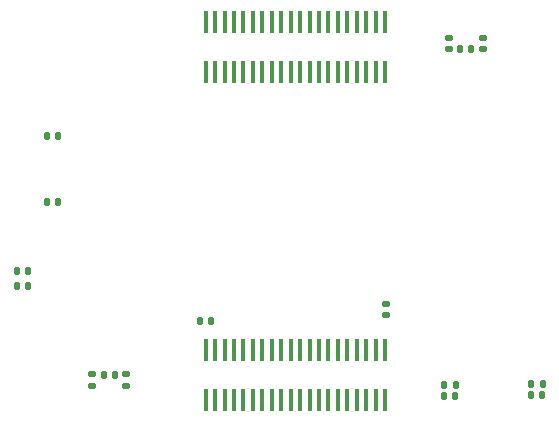
<source format=gbr>
%TF.GenerationSoftware,KiCad,Pcbnew,(6.0.4)*%
%TF.CreationDate,2023-02-01T13:33:48+08:00*%
%TF.ProjectId,Core_M4,436f7265-5f4d-4342-9e6b-696361645f70,rev?*%
%TF.SameCoordinates,Original*%
%TF.FileFunction,Paste,Bot*%
%TF.FilePolarity,Positive*%
%FSLAX46Y46*%
G04 Gerber Fmt 4.6, Leading zero omitted, Abs format (unit mm)*
G04 Created by KiCad (PCBNEW (6.0.4)) date 2023-02-01 13:33:48*
%MOMM*%
%LPD*%
G01*
G04 APERTURE LIST*
G04 Aperture macros list*
%AMRoundRect*
0 Rectangle with rounded corners*
0 $1 Rounding radius*
0 $2 $3 $4 $5 $6 $7 $8 $9 X,Y pos of 4 corners*
0 Add a 4 corners polygon primitive as box body*
4,1,4,$2,$3,$4,$5,$6,$7,$8,$9,$2,$3,0*
0 Add four circle primitives for the rounded corners*
1,1,$1+$1,$2,$3*
1,1,$1+$1,$4,$5*
1,1,$1+$1,$6,$7*
1,1,$1+$1,$8,$9*
0 Add four rect primitives between the rounded corners*
20,1,$1+$1,$2,$3,$4,$5,0*
20,1,$1+$1,$4,$5,$6,$7,0*
20,1,$1+$1,$6,$7,$8,$9,0*
20,1,$1+$1,$8,$9,$2,$3,0*%
G04 Aperture macros list end*
%ADD10RoundRect,0.140000X-0.140000X-0.170000X0.140000X-0.170000X0.140000X0.170000X-0.140000X0.170000X0*%
%ADD11RoundRect,0.140000X0.170000X-0.140000X0.170000X0.140000X-0.170000X0.140000X-0.170000X-0.140000X0*%
%ADD12RoundRect,0.135000X0.135000X0.185000X-0.135000X0.185000X-0.135000X-0.185000X0.135000X-0.185000X0*%
%ADD13RoundRect,0.135000X-0.135000X-0.185000X0.135000X-0.185000X0.135000X0.185000X-0.135000X0.185000X0*%
%ADD14RoundRect,0.140000X-0.170000X0.140000X-0.170000X-0.140000X0.170000X-0.140000X0.170000X0.140000X0*%
%ADD15RoundRect,0.140000X0.140000X0.170000X-0.140000X0.170000X-0.140000X-0.170000X0.140000X-0.170000X0*%
%ADD16R,0.400000X1.945000*%
G04 APERTURE END LIST*
D10*
%TO.C,C29*%
X37260000Y-73520000D03*
X38220000Y-73520000D03*
%TD*%
D11*
%TO.C,C9*%
X43670000Y-83210000D03*
X43670000Y-82250000D03*
%TD*%
D10*
%TO.C,C24*%
X80820000Y-84030000D03*
X81780000Y-84030000D03*
%TD*%
D12*
%TO.C,R4*%
X81810000Y-83030000D03*
X80790000Y-83030000D03*
%TD*%
D13*
%TO.C,R3*%
X73410000Y-83110000D03*
X74430000Y-83110000D03*
%TD*%
D10*
%TO.C,C27*%
X39800000Y-62090000D03*
X40760000Y-62090000D03*
%TD*%
D14*
%TO.C,C17*%
X68570000Y-76290000D03*
X68570000Y-77250000D03*
%TD*%
D15*
%TO.C,C26*%
X40760000Y-67660000D03*
X39800000Y-67660000D03*
%TD*%
D10*
%TO.C,C31*%
X37260000Y-74800000D03*
X38220000Y-74800000D03*
%TD*%
D11*
%TO.C,C2*%
X46540000Y-83200000D03*
X46540000Y-82240000D03*
%TD*%
D16*
%TO.C,CN2*%
X68460000Y-56688000D03*
X68460000Y-52394000D03*
X67660000Y-56688000D03*
X67660000Y-52394000D03*
X66860000Y-56688000D03*
X66860000Y-52394000D03*
X66060000Y-56688000D03*
X66060000Y-52394000D03*
X65260000Y-56688000D03*
X65260000Y-52394000D03*
X64460000Y-56688000D03*
X64460000Y-52394000D03*
X63660000Y-56688000D03*
X63660000Y-52394000D03*
X62860000Y-56688000D03*
X62860000Y-52394000D03*
X62060000Y-56688000D03*
X62060000Y-52394000D03*
X61260000Y-56688000D03*
X61260000Y-52394000D03*
X60460000Y-56688000D03*
X60460000Y-52394000D03*
X59660000Y-56688000D03*
X59660000Y-52394000D03*
X58860000Y-56688000D03*
X58860000Y-52394000D03*
X58060000Y-56688000D03*
X58060000Y-52394000D03*
X57260000Y-56688000D03*
X57260000Y-52392000D03*
X56460000Y-56688000D03*
X56460000Y-52392000D03*
X55660000Y-56688000D03*
X55660000Y-52392000D03*
X54860000Y-56688000D03*
X54860000Y-52392000D03*
X54060000Y-56688000D03*
X54060000Y-52392000D03*
X53260000Y-56688000D03*
X53260000Y-52392000D03*
%TD*%
D10*
%TO.C,C10*%
X44620000Y-82280000D03*
X45580000Y-82280000D03*
%TD*%
%TO.C,C13*%
X52770000Y-77720000D03*
X53730000Y-77720000D03*
%TD*%
D16*
%TO.C,CN1*%
X68460000Y-84458000D03*
X68460000Y-80164000D03*
X67660000Y-84458000D03*
X67660000Y-80164000D03*
X66860000Y-84458000D03*
X66860000Y-80164000D03*
X66060000Y-84458000D03*
X66060000Y-80164000D03*
X65260000Y-84458000D03*
X65260000Y-80164000D03*
X64460000Y-84458000D03*
X64460000Y-80164000D03*
X63660000Y-84458000D03*
X63660000Y-80164000D03*
X62860000Y-84458000D03*
X62860000Y-80164000D03*
X62060000Y-84458000D03*
X62060000Y-80164000D03*
X61260000Y-84458000D03*
X61260000Y-80164000D03*
X60460000Y-84458000D03*
X60460000Y-80164000D03*
X59660000Y-84458000D03*
X59660000Y-80164000D03*
X58860000Y-84458000D03*
X58860000Y-80164000D03*
X58060000Y-84458000D03*
X58060000Y-80164000D03*
X57260000Y-84458000D03*
X57260000Y-80162000D03*
X56460000Y-84458000D03*
X56460000Y-80162000D03*
X55660000Y-84458000D03*
X55660000Y-80162000D03*
X54860000Y-84458000D03*
X54860000Y-80162000D03*
X54060000Y-84458000D03*
X54060000Y-80162000D03*
X53260000Y-84458000D03*
X53260000Y-80162000D03*
%TD*%
D10*
%TO.C,C25*%
X73430000Y-84120000D03*
X74390000Y-84120000D03*
%TD*%
D15*
%TO.C,C36*%
X75755000Y-54700000D03*
X74795000Y-54700000D03*
%TD*%
D14*
%TO.C,C34*%
X73830000Y-53770000D03*
X73830000Y-54730000D03*
%TD*%
%TO.C,C35*%
X76720000Y-53770000D03*
X76720000Y-54730000D03*
%TD*%
M02*

</source>
